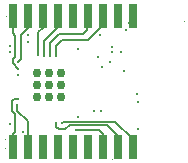
<source format=gbr>
G04 Layer_Physical_Order=4*
G04 Layer_Color=16711680*
%FSLAX25Y25*%
%MOIN*%
%TF.FileFunction,Copper,L4,Bot,Signal*%
%TF.Part,Single*%
G01*
G75*
%TA.AperFunction,Conductor*%
%ADD20C,0.00800*%
%ADD22C,0.00600*%
%TA.AperFunction,ViaPad*%
%ADD27C,0.01181*%
%ADD28C,0.03000*%
%TA.AperFunction,NonConductor*%
%ADD29C,0.00100*%
%TA.AperFunction,ComponentPad*%
%ADD30R,0.03150X0.07874*%
%TA.AperFunction,Conductor*%
%ADD32C,0.00787*%
D20*
X27579Y39295D02*
Y45043D01*
X37736Y-114D02*
Y1067D01*
X37697Y-154D02*
X37736Y-114D01*
X11201Y30870D02*
X11280Y30949D01*
Y38665D01*
X12697Y40083D01*
Y44532D01*
X13209Y30831D02*
Y35713D01*
X17697Y40201D01*
Y44532D01*
X15138Y30791D02*
Y34905D01*
X15157Y34925D01*
Y34945D01*
X18090Y37878D01*
Y37917D01*
X26201D01*
X27579Y39295D01*
Y45043D02*
X27697Y44925D01*
Y44532D02*
Y44925D01*
X17185Y30752D02*
Y34020D01*
X19193Y36028D01*
X27736D01*
X32697Y40988D01*
Y44532D01*
X2697Y28272D02*
X4587Y26382D01*
Y28705D02*
X5413Y29531D01*
Y37603D01*
X7697Y39887D01*
Y44532D02*
Y44650D01*
Y39887D02*
Y44532D01*
D22*
X7736Y-193D02*
Y8862D01*
X19114Y8350D02*
X19587Y8823D01*
X36791D01*
X42677Y2937D01*
Y2780D02*
Y2937D01*
Y2780D02*
X42697Y2760D01*
Y-154D02*
Y2760D01*
X17146Y7130D02*
Y8272D01*
Y7130D02*
X18051Y6224D01*
X20295D01*
X21673Y7602D01*
X34075D01*
X37736Y3941D01*
Y1067D02*
Y3941D01*
X23681Y5988D02*
X31319D01*
X32697Y4610D01*
Y-154D02*
Y4610D01*
X4311Y12287D02*
Y14374D01*
Y12287D02*
X7736Y8862D01*
X7697Y-154D02*
X7736Y-193D01*
X3091Y16342D02*
X4350D01*
X2382Y15634D02*
X3091Y16342D01*
X2382Y12327D02*
Y15634D01*
Y12327D02*
X3376Y11333D01*
Y5447D02*
Y11333D01*
X2697Y4768D02*
X3376Y5447D01*
X2697Y-154D02*
Y4768D01*
X7736Y-350D02*
Y-193D01*
D27*
X7776Y37642D02*
D03*
X44626Y6461D02*
D03*
X1831Y33980D02*
D03*
X40335Y39453D02*
D03*
X32618Y27169D02*
D03*
X35689Y32169D02*
D03*
X1831Y31972D02*
D03*
X39665Y25752D02*
D03*
X41476Y41539D02*
D03*
X44350Y15476D02*
D03*
X32185Y12405D02*
D03*
X44311Y18075D02*
D03*
X35689Y33626D02*
D03*
X29705Y12484D02*
D03*
X6177Y5197D02*
D03*
X35177Y28705D02*
D03*
X31949Y37752D02*
D03*
X42697Y41579D02*
D03*
X19114Y8350D02*
D03*
X17146Y8272D02*
D03*
X23681Y5988D02*
D03*
X4311Y14374D02*
D03*
X4350Y16342D02*
D03*
X11201Y30870D02*
D03*
X13209Y30831D02*
D03*
X15138Y30791D02*
D03*
X17185Y30752D02*
D03*
X24587Y10437D02*
D03*
X4587Y26382D02*
D03*
Y28705D02*
D03*
X1831Y7917D02*
D03*
X4626Y24177D02*
D03*
X24468Y33075D02*
D03*
X7815Y35398D02*
D03*
X31161Y30398D02*
D03*
X38681Y31854D02*
D03*
D28*
X10937Y24976D02*
D03*
Y20976D02*
D03*
X18937Y24976D02*
D03*
X14937D02*
D03*
X18937Y20976D02*
D03*
X10937Y16976D02*
D03*
X14937Y20976D02*
D03*
X18937Y16976D02*
D03*
X14937D02*
D03*
D29*
X27697Y-480D02*
X27700D01*
X32Y2870D02*
X34D01*
X2528Y1756D02*
X2530D01*
X374Y43862D02*
X377D01*
X59744Y42484D02*
X59747D01*
X177Y-75D02*
X180D01*
X413Y44138D02*
X416D01*
X22693Y902D02*
X22695D01*
X35846Y-3646D02*
X35849D01*
X38532Y4177D02*
X38534D01*
D30*
X2697Y240D02*
D03*
X7697D02*
D03*
X12697D02*
D03*
X17697D02*
D03*
X22697D02*
D03*
X27697D02*
D03*
X32697D02*
D03*
X37697D02*
D03*
X42697D02*
D03*
Y44138D02*
D03*
X37697D02*
D03*
X32697D02*
D03*
X27697D02*
D03*
X22697D02*
D03*
X17697D02*
D03*
X12697D02*
D03*
X7697D02*
D03*
X2697D02*
D03*
D32*
Y28272D02*
Y29689D01*
X2815D01*
X3602Y30476D01*
Y37287D01*
X2697Y38193D02*
X3602Y37287D01*
X2697Y38193D02*
Y44532D01*
%TF.MD5,8f214233c9e7e71dd4b9a22da2fb5f63*%
M02*

</source>
